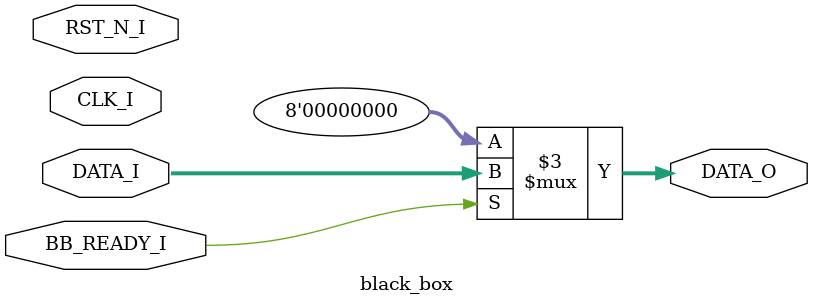
<source format=sv>
module black_box 
#(
    parameter PAYLOAD_BITS = 8
) 
(
    input  logic                          CLK_I,
    input  logic                          RST_N_I,
    input  logic [ PAYLOAD_BITS - 1 : 0 ] DATA_I,
    input  logic                          BB_READY_I,
    output logic [ PAYLOAD_BITS - 1 : 0 ] DATA_O
);  

always_comb 
    if(BB_READY_I)
        DATA_O = DATA_I;
    else 
        DATA_O = '0;
    
endmodule
</source>
